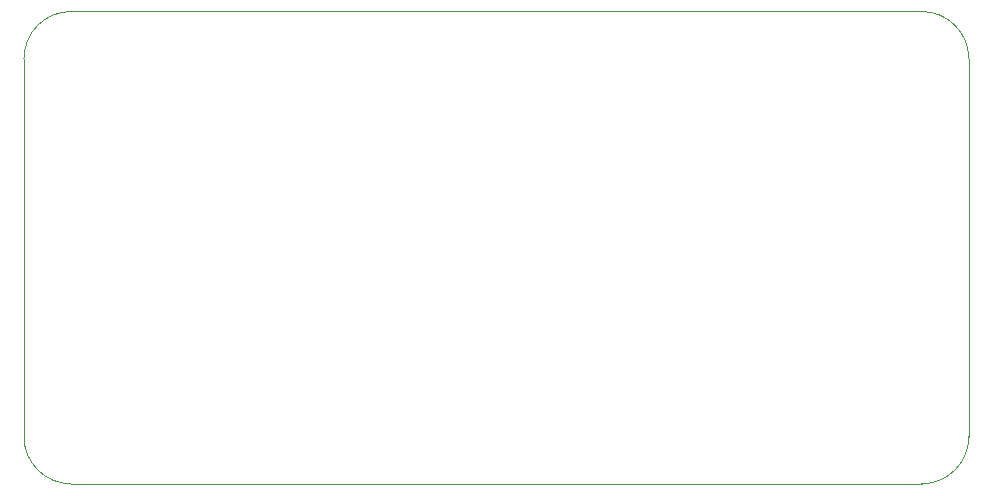
<source format=gm1>
G04 #@! TF.GenerationSoftware,KiCad,Pcbnew,8.0.6-8.0.6-0~ubuntu24.04.1*
G04 #@! TF.CreationDate,2024-10-31T11:29:27+09:00*
G04 #@! TF.ProjectId,zatopos-ear-mic,7a61746f-706f-4732-9d65-61722d6d6963,rev?*
G04 #@! TF.SameCoordinates,Original*
G04 #@! TF.FileFunction,Profile,NP*
%FSLAX46Y46*%
G04 Gerber Fmt 4.6, Leading zero omitted, Abs format (unit mm)*
G04 Created by KiCad (PCBNEW 8.0.6-8.0.6-0~ubuntu24.04.1) date 2024-10-31 11:29:27*
%MOMM*%
%LPD*%
G01*
G04 APERTURE LIST*
G04 #@! TA.AperFunction,Profile*
%ADD10C,0.050000*%
G04 #@! TD*
G04 APERTURE END LIST*
D10*
X186000000Y-80000000D02*
G75*
G02*
X190000000Y-84000000I0J-4000000D01*
G01*
X110000000Y-84000000D02*
G75*
G02*
X114000000Y-80000000I4000000J0D01*
G01*
X114000000Y-120000000D02*
G75*
G02*
X110000000Y-116000000I0J4000000D01*
G01*
X190000000Y-116000000D02*
G75*
G02*
X186000000Y-120000000I-4000000J0D01*
G01*
X114000000Y-80000000D02*
X186000000Y-80000000D01*
X186000000Y-120000000D02*
X114000000Y-120000000D01*
X110000000Y-84000000D02*
X110000000Y-116000000D01*
X190000000Y-84000000D02*
X190000000Y-116000000D01*
M02*

</source>
